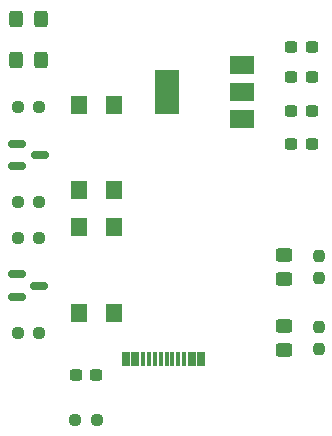
<source format=gtp>
%TF.GenerationSoftware,KiCad,Pcbnew,7.0.7*%
%TF.CreationDate,2023-09-20T03:29:36+03:00*%
%TF.ProjectId,TPB v1.1,54504220-7631-42e3-912e-6b696361645f,rev?*%
%TF.SameCoordinates,Original*%
%TF.FileFunction,Paste,Top*%
%TF.FilePolarity,Positive*%
%FSLAX46Y46*%
G04 Gerber Fmt 4.6, Leading zero omitted, Abs format (unit mm)*
G04 Created by KiCad (PCBNEW 7.0.7) date 2023-09-20 03:29:36*
%MOMM*%
%LPD*%
G01*
G04 APERTURE LIST*
G04 Aperture macros list*
%AMRoundRect*
0 Rectangle with rounded corners*
0 $1 Rounding radius*
0 $2 $3 $4 $5 $6 $7 $8 $9 X,Y pos of 4 corners*
0 Add a 4 corners polygon primitive as box body*
4,1,4,$2,$3,$4,$5,$6,$7,$8,$9,$2,$3,0*
0 Add four circle primitives for the rounded corners*
1,1,$1+$1,$2,$3*
1,1,$1+$1,$4,$5*
1,1,$1+$1,$6,$7*
1,1,$1+$1,$8,$9*
0 Add four rect primitives between the rounded corners*
20,1,$1+$1,$2,$3,$4,$5,0*
20,1,$1+$1,$4,$5,$6,$7,0*
20,1,$1+$1,$6,$7,$8,$9,0*
20,1,$1+$1,$8,$9,$2,$3,0*%
%AMOutline4P*
0 Free polygon, 4 corners , with rotation*
0 The origin of the aperture is its center*
0 number of corners: always 4*
0 $1 to $8 corner X, Y*
0 $9 Rotation angle, in degrees counterclockwise*
0 create outline with 4 corners*
4,1,4,$1,$2,$3,$4,$5,$6,$7,$8,$1,$2,$9*%
G04 Aperture macros list end*
%ADD10RoundRect,0.150000X-0.587500X-0.150000X0.587500X-0.150000X0.587500X0.150000X-0.587500X0.150000X0*%
%ADD11R,2.000000X1.500000*%
%ADD12R,2.000000X3.800000*%
%ADD13RoundRect,0.250000X0.450000X-0.325000X0.450000X0.325000X-0.450000X0.325000X-0.450000X-0.325000X0*%
%ADD14RoundRect,0.237500X0.300000X0.237500X-0.300000X0.237500X-0.300000X-0.237500X0.300000X-0.237500X0*%
%ADD15RoundRect,0.237500X-0.300000X-0.237500X0.300000X-0.237500X0.300000X0.237500X-0.300000X0.237500X0*%
%ADD16RoundRect,0.237500X0.250000X0.237500X-0.250000X0.237500X-0.250000X-0.237500X0.250000X-0.237500X0*%
%ADD17RoundRect,0.250000X-0.325000X-0.450000X0.325000X-0.450000X0.325000X0.450000X-0.325000X0.450000X0*%
%ADD18R,1.400000X1.600000*%
%ADD19RoundRect,0.237500X-0.237500X0.250000X-0.237500X-0.250000X0.237500X-0.250000X0.237500X0.250000X0*%
%ADD20RoundRect,0.237500X-0.250000X-0.237500X0.250000X-0.237500X0.250000X0.237500X-0.250000X0.237500X0*%
%ADD21RoundRect,0.250000X0.325000X0.450000X-0.325000X0.450000X-0.325000X-0.450000X0.325000X-0.450000X0*%
%ADD22Outline4P,-0.300000X-0.570000X0.300000X-0.570000X0.300000X0.570000X-0.300000X0.570000X0.000000*%
%ADD23Outline4P,-0.150000X-0.570000X0.150000X-0.570000X0.150000X0.570000X-0.150000X0.570000X0.000000*%
G04 APERTURE END LIST*
D10*
%TO.C,Q2*%
X42400000Y-175640000D03*
X42400000Y-177540000D03*
X44275000Y-176590000D03*
%TD*%
D11*
%TO.C,U2*%
X61450000Y-162500000D03*
X61450000Y-160200000D03*
D12*
X55150000Y-160200000D03*
D11*
X61450000Y-157900000D03*
%TD*%
D13*
%TO.C,D1*%
X65000000Y-176025000D03*
X65000000Y-173975000D03*
%TD*%
D10*
%TO.C,Q1*%
X42462500Y-164550000D03*
X42462500Y-166450000D03*
X44337500Y-165500000D03*
%TD*%
D14*
%TO.C,C1*%
X49122500Y-184150000D03*
X47397500Y-184150000D03*
%TD*%
D15*
%TO.C,C4*%
X65667500Y-156390000D03*
X67392500Y-156390000D03*
%TD*%
D16*
%TO.C,R4*%
X44312500Y-169500000D03*
X42487500Y-169500000D03*
%TD*%
D17*
%TO.C,R10*%
X42375000Y-157500000D03*
X44425000Y-157500000D03*
%TD*%
D15*
%TO.C,C6*%
X65667500Y-164600000D03*
X67392500Y-164600000D03*
%TD*%
D18*
%TO.C,SW2*%
X47680000Y-178860000D03*
X47680000Y-171660000D03*
X50680000Y-178860000D03*
X50680000Y-171660000D03*
%TD*%
D16*
%TO.C,R1*%
X49172500Y-187960000D03*
X47347500Y-187960000D03*
%TD*%
D19*
%TO.C,R8*%
X68000000Y-174087500D03*
X68000000Y-175912500D03*
%TD*%
D20*
%TO.C,R3*%
X42487500Y-172590000D03*
X44312500Y-172590000D03*
%TD*%
D21*
%TO.C,D3*%
X44425000Y-154000000D03*
X42375000Y-154000000D03*
%TD*%
D18*
%TO.C,SW1*%
X47680000Y-168470000D03*
X47680000Y-161270000D03*
X50680000Y-168470000D03*
X50680000Y-161270000D03*
%TD*%
D19*
%TO.C,R9*%
X68000000Y-180087500D03*
X68000000Y-181912500D03*
%TD*%
D16*
%TO.C,R5*%
X44312500Y-180590000D03*
X42487500Y-180590000D03*
%TD*%
%TO.C,R2*%
X44312500Y-161500000D03*
X42487500Y-161500000D03*
%TD*%
D15*
%TO.C,C5*%
X65667500Y-158930000D03*
X67392500Y-158930000D03*
%TD*%
D13*
%TO.C,D2*%
X65000000Y-182025000D03*
X65000000Y-179975000D03*
%TD*%
D15*
%TO.C,C7*%
X65667500Y-161770000D03*
X67392500Y-161770000D03*
%TD*%
D22*
%TO.C,CN1*%
X51645000Y-182797313D03*
X52445000Y-182797313D03*
D23*
X53595000Y-182797313D03*
X54595000Y-182797313D03*
X55095000Y-182797313D03*
X56095000Y-182797313D03*
D22*
X58045000Y-182797313D03*
X57245000Y-182797313D03*
D23*
X56595000Y-182797313D03*
X55595000Y-182797313D03*
X54095000Y-182797313D03*
X53095000Y-182797313D03*
%TD*%
M02*

</source>
